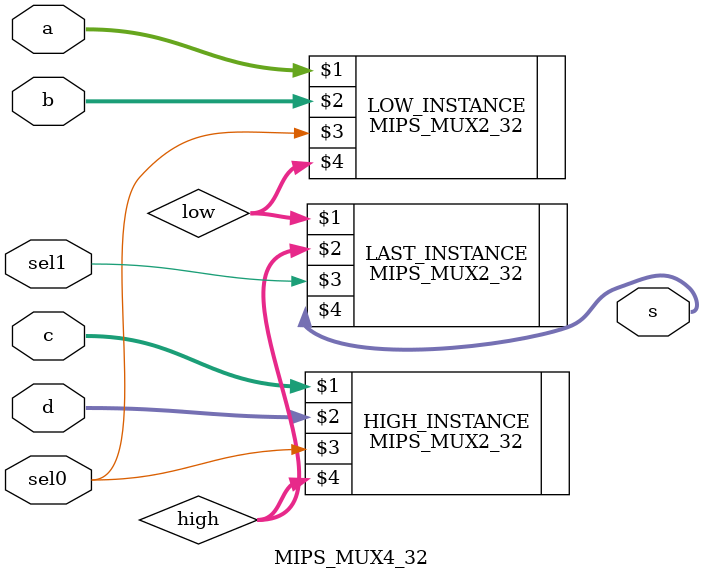
<source format=sv>
module MIPS_MUX4_32(input logic [31:0] a, b, c, d,
						  input logic	sel0, sel1,
						  output logic [31:0] s);
						  
		logic [31:0] high, low;
		
		MIPS_MUX2_32 LOW_INSTANCE(a, b, sel0, low);
		
		MIPS_MUX2_32 HIGH_INSTANCE(c, d, sel0, high);
		
		MIPS_MUX2_32 LAST_INSTANCE(low, high, sel1, s);
		
endmodule

</source>
